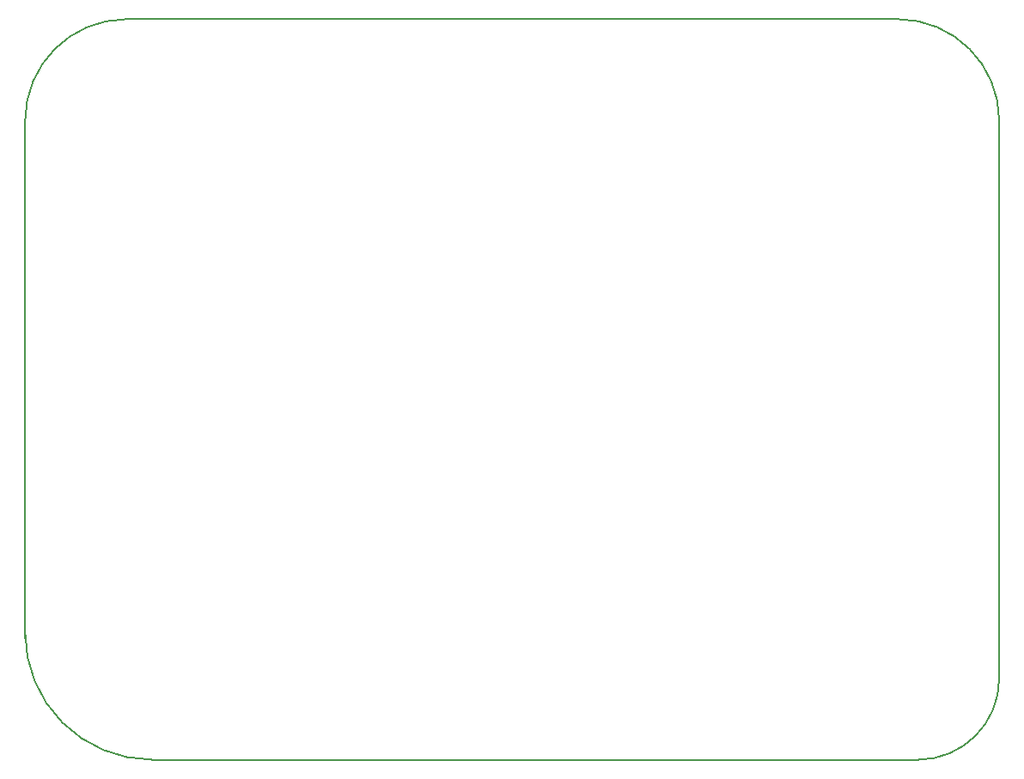
<source format=gbr>
G04 #@! TF.GenerationSoftware,KiCad,Pcbnew,5.0.2-bee76a0~70~ubuntu16.04.1*
G04 #@! TF.CreationDate,2020-01-14T09:55:28-07:00*
G04 #@! TF.ProjectId,Environment_Controller_KiCad_THT,456e7669-726f-46e6-9d65-6e745f436f6e,rev?*
G04 #@! TF.SameCoordinates,Original*
G04 #@! TF.FileFunction,Profile,NP*
%FSLAX46Y46*%
G04 Gerber Fmt 4.6, Leading zero omitted, Abs format (unit mm)*
G04 Created by KiCad (PCBNEW 5.0.2-bee76a0~70~ubuntu16.04.1) date Tue 14 Jan 2020 09:55:28 AM MST*
%MOMM*%
%LPD*%
G01*
G04 APERTURE LIST*
%ADD10C,0.150000*%
G04 APERTURE END LIST*
D10*
X176000000Y-60000000D02*
G75*
G02X186000000Y-70000000I0J-10000000D01*
G01*
X100000000Y-60000000D02*
X176000000Y-60000000D01*
X90000000Y-70000000D02*
G75*
G02X100000000Y-60000000I10000000J0D01*
G01*
X186000000Y-125000000D02*
X186000000Y-70000000D01*
X186000000Y-125000000D02*
G75*
G02X178000000Y-133000000I-8000000J0D01*
G01*
X102500000Y-133000000D02*
X178000000Y-133000000D01*
X102500000Y-133000000D02*
G75*
G02X90000000Y-120449900I0J12500100D01*
G01*
X90000000Y-70000000D02*
X90000000Y-121000000D01*
M02*

</source>
